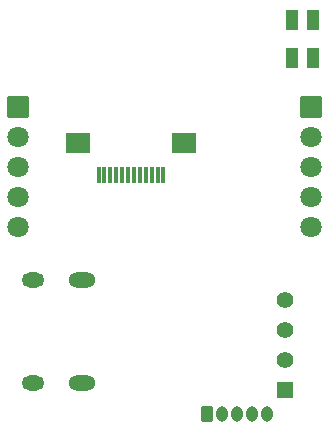
<source format=gbs>
G04 Layer: BottomSolderMaskLayer*
G04 EasyEDA Pro v2.2.32.3, 2024-10-30 17:41:05*
G04 Gerber Generator version 0.3*
G04 Scale: 100 percent, Rotated: No, Reflected: No*
G04 Dimensions in millimeters*
G04 Leading zeros omitted, absolute positions, 3 integers and 5 decimals*
%FSLAX35Y35*%
%MOMM*%
%AMRoundRect*1,1,$1,$2,$3*1,1,$1,$4,$5*1,1,$1,0-$2,0-$3*1,1,$1,0-$4,0-$5*20,1,$1,$2,$3,$4,$5,0*20,1,$1,$4,$5,0-$2,0-$3,0*20,1,$1,0-$2,0-$3,0-$4,0-$5,0*20,1,$1,0-$4,0-$5,$2,$3,0*4,1,4,$2,$3,$4,$5,0-$2,0-$3,0-$4,0-$5,$2,$3,0*%
%ADD10RoundRect,0.09258X-0.45471X0.60471X0.45471X0.60471*%
%ADD11O,1.002X1.302*%
%ADD12O,1.9016X1.3016*%
%ADD13O,2.3016X1.3016*%
%ADD14RoundRect,0.09588X-1.00286X0.80286X1.00286X0.80286*%
%ADD15RoundRect,0.09588X1.00286X-0.80286X-1.00286X-0.80286*%
%ADD16RoundRect,0.08109X-0.16024X0.66026X0.16024X0.66026*%
%ADD17RoundRect,0.09618X0.85271X0.85271X0.85271X-0.85271*%
%ADD18C,1.8016*%
%ADD19RoundRect,0.09471X0.65114X0.65114X0.65114X-0.65114*%
%ADD20C,1.397*%
%ADD21RoundRect,0.093X0.5028X0.7768X0.5028X-0.7768*%
G75*


G04 Pad Start*
G54D10*
G01X1765292Y-3454392D03*
G54D11*
G01X1892292Y-3454392D03*
G01X2019292Y-3454392D03*
G01X2146292Y-3454392D03*
G01X2273292Y-3454392D03*
G54D12*
G01X287274Y-3187903D03*
G01X287274Y-2323897D03*
G54D13*
G01X705282Y-3187903D03*
G01X705282Y-2323897D03*
G54D14*
G01X672592Y-1161402D03*
G54D15*
G01X1562608Y-1161351D03*
G54D16*
G01X1392606Y-1429448D03*
G01X1342568Y-1429448D03*
G01X1292530Y-1429448D03*
G01X1242492Y-1429448D03*
G01X1192581Y-1429448D03*
G01X1142670Y-1429448D03*
G01X1092632Y-1429448D03*
G01X1042594Y-1429448D03*
G01X992556Y-1429448D03*
G01X942518Y-1429448D03*
G01X892480Y-1429448D03*
G01X842569Y-1429448D03*
G54D17*
G01X165100Y-850900D03*
G54D18*
G01X165100Y-1104900D03*
G01X165100Y-1358900D03*
G01X165100Y-1612900D03*
G01X165100Y-1866900D03*
G54D17*
G01X2641600Y-850900D03*
G54D18*
G01X2641600Y-1104900D03*
G01X2641600Y-1358900D03*
G01X2641600Y-1612900D03*
G01X2641600Y-1866900D03*
G54D19*
G01X2425700Y-3251200D03*
G54D20*
G01X2425700Y-2997200D03*
G01X2425700Y-2743200D03*
G01X2425700Y-2489200D03*
G54D21*
G01X2478938Y-115646D03*
G01X2656942Y-115646D03*
G01X2656942Y-443154D03*
G01X2478938Y-443154D03*
G04 Pad End*

M02*


</source>
